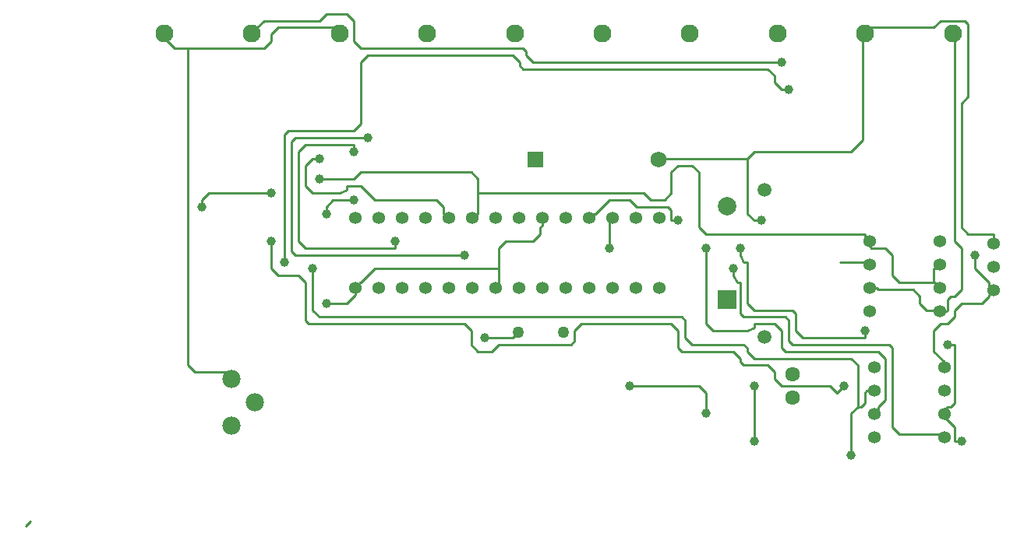
<source format=gbl>
G04 Generated by Ultiboard 13.0 *
%FSLAX25Y25*%
%MOIN*%

%ADD10C,0.00001*%
%ADD11C,0.01000*%
%ADD12C,0.05337*%
%ADD13C,0.05000*%
%ADD14R,0.07874X0.07874*%
%ADD15C,0.07874*%
%ADD16C,0.05906*%
%ADD17C,0.06334*%
%ADD18C,0.07699*%
%ADD19R,0.06900X0.06900*%
%ADD20C,0.06900*%
%ADD21C,0.03937*%
%ADD22C,0.07834*%


G04 ColorRGB 0000FF for the following layer *
%LNCopper Bottom*%
%LPD*%
G54D10*
G54D11*
X22000Y67000D02*
X24000Y69000D01*
X370557Y180001D02*
X381999Y180001D01*
X156299Y278000D02*
X153787Y280512D01*
X129921Y280512D01*
X126969Y277559D01*
X126969Y274606D01*
X124016Y271654D01*
X85630Y271654D01*
X81339Y275945D01*
X81339Y278000D01*
X213000Y198961D02*
X214827Y200787D01*
X215551Y200787D01*
X215551Y215551D01*
X212598Y218504D01*
X165354Y218504D01*
X162402Y215551D01*
X147638Y215551D01*
X126969Y209646D02*
X100394Y209646D01*
X97441Y206693D01*
X97441Y203740D01*
X412961Y159000D02*
X415890Y159000D01*
X416339Y159449D01*
X422244Y168307D02*
X422244Y186024D01*
X419291Y188976D01*
X419291Y274606D01*
X418661Y275236D01*
X418661Y278000D01*
X416339Y159449D02*
X416339Y163878D01*
X417815Y165354D01*
X419291Y165354D01*
X422244Y168307D01*
X377953Y118110D02*
X377953Y135827D01*
X375000Y138780D01*
X333661Y138780D01*
X330709Y141732D01*
X330709Y143209D01*
X329232Y144685D01*
X307087Y144685D01*
X304134Y147638D01*
X304134Y155020D01*
X302657Y156496D01*
X147638Y156496D01*
X144685Y159449D01*
X144685Y177165D01*
X436000Y168000D02*
X434055Y166055D01*
X434055Y165354D01*
X431102Y162402D01*
X422244Y162402D01*
X419291Y159449D01*
X419291Y156496D01*
X416339Y153543D01*
X413386Y153543D01*
X410433Y150591D01*
X410433Y141732D01*
X414961Y137205D01*
X414961Y135000D01*
X312992Y115157D02*
X312992Y124016D01*
X310039Y126969D01*
X280512Y126969D01*
X414961Y105000D02*
X413661Y106299D01*
X395669Y106299D01*
X392717Y109252D01*
X392717Y143209D01*
X391240Y144685D01*
X349902Y144685D01*
X348425Y146161D01*
X348425Y155020D01*
X346949Y156496D01*
X329232Y156496D01*
X327756Y157972D01*
X327756Y169783D01*
X327756Y171260D01*
X326280Y171260D01*
X324803Y174213D01*
X324803Y177165D01*
X301181Y197835D02*
X298228Y197835D01*
X298228Y202264D01*
X296752Y203740D01*
X283465Y203740D01*
X280512Y206693D01*
X271654Y206693D01*
X265748Y200787D01*
X264827Y200787D01*
X263000Y198961D01*
X162402Y227362D02*
X162402Y230315D01*
X141732Y230315D01*
X138780Y227362D01*
X138780Y188976D01*
X141732Y186024D01*
X180118Y186024D01*
X180118Y188976D01*
X336614Y197835D02*
X333661Y197835D01*
X330709Y200787D01*
X330709Y224409D01*
X412961Y169000D02*
X410701Y171260D01*
X395669Y171260D01*
X392717Y174213D01*
X392717Y183071D01*
X389764Y186024D01*
X383858Y186024D01*
X383039Y186843D01*
X383039Y189000D01*
X416339Y144685D02*
X419291Y144685D01*
X419291Y119587D01*
X417815Y118110D01*
X416339Y118110D01*
X414961Y116732D01*
X414961Y115000D01*
X380906Y150591D02*
X380906Y147638D01*
X354331Y147638D01*
X351378Y150591D01*
X333661Y159449D02*
X330709Y162402D01*
X333661Y126969D02*
X333661Y103346D01*
X351378Y150591D02*
X351378Y157972D01*
X349902Y159449D01*
X333661Y159449D01*
X330709Y162402D02*
X330709Y178642D01*
X330709Y180118D01*
X329232Y180118D01*
X327756Y183071D01*
X327756Y186024D01*
X412961Y159000D02*
X410882Y159000D01*
X410433Y159449D01*
X407480Y159449D01*
X404528Y162402D01*
X404528Y165354D01*
X401575Y168307D01*
X386811Y168307D01*
X386118Y169000D01*
X383039Y169000D01*
X162402Y206693D02*
X153543Y206693D01*
X150591Y203740D01*
X150591Y200787D01*
X385039Y125000D02*
X381890Y125000D01*
X380906Y124016D01*
X375000Y115157D02*
X375000Y97441D01*
X380906Y124016D02*
X380906Y119587D01*
X379429Y118110D01*
X377953Y118110D01*
X375000Y115157D01*
X436000Y168000D02*
X434055Y169945D01*
X434055Y171260D01*
X428150Y177165D01*
X428150Y183071D01*
X243000Y198961D02*
X243000Y195756D01*
X242126Y194882D01*
X242126Y191929D01*
X239173Y188976D01*
X227362Y188976D01*
X224409Y186024D01*
X224409Y177165D01*
X203000Y198961D02*
X201173Y200787D01*
X200787Y200787D01*
X200787Y203740D01*
X197835Y206693D01*
X171260Y206693D01*
X165354Y212598D01*
X160925Y212598D01*
X159449Y212598D01*
X159449Y211122D01*
X156496Y209646D01*
X144685Y209646D01*
X141732Y212598D01*
X141732Y221457D01*
X144685Y224409D01*
X147638Y224409D01*
X372047Y126969D02*
X369094Y124016D01*
X366142Y126969D01*
X345472Y126969D01*
X342520Y129921D01*
X342520Y132874D01*
X339567Y135827D01*
X301181Y150591D02*
X298228Y153543D01*
X259843Y153543D01*
X256890Y150591D01*
X256890Y146161D01*
X255413Y144685D01*
X224409Y144685D01*
X221457Y141732D01*
X215551Y141732D01*
X212598Y144685D01*
X212598Y150591D01*
X209646Y153543D01*
X141732Y171260D02*
X138780Y174213D01*
X129921Y174213D01*
X126969Y177165D01*
X126969Y188976D01*
X339567Y135827D02*
X329232Y135827D01*
X327756Y137303D01*
X327756Y138780D01*
X324803Y141732D01*
X302657Y141732D01*
X301181Y143209D01*
X301181Y150591D01*
X209646Y153543D02*
X143209Y153543D01*
X141732Y155020D01*
X141732Y171260D01*
X168307Y233268D02*
X137303Y233268D01*
X135827Y231791D01*
X135827Y184547D01*
X137303Y183071D01*
X209646Y183071D01*
X375000Y227362D02*
X333661Y227362D01*
X330709Y224409D01*
X295276Y224409D01*
X294866Y224000D01*
X292756Y224000D01*
X232833Y150000D02*
X230471Y147638D01*
X218504Y147638D01*
X345472Y265748D02*
X239173Y265748D01*
X236220Y268701D01*
X236220Y270177D01*
X234744Y271654D01*
X165354Y271654D01*
X162402Y274606D01*
X162402Y283465D01*
X159449Y286417D01*
X150591Y286417D01*
X147638Y283465D01*
X124016Y283465D01*
X121063Y280512D01*
X121063Y280244D01*
X118819Y278000D01*
X383039Y189000D02*
X380906Y191134D01*
X380906Y191929D01*
X312992Y191929D01*
X310039Y194882D01*
X310039Y218504D01*
X307087Y221457D01*
X301181Y221457D01*
X298228Y218504D01*
X298228Y209646D01*
X295276Y206693D01*
X289370Y206693D01*
X286417Y209646D01*
X215551Y209646D01*
X422244Y103346D02*
X419291Y103346D01*
X419291Y109252D01*
X414961Y113583D01*
X414961Y115000D01*
X412961Y179000D02*
X411126Y177165D01*
X410433Y177165D01*
X410433Y171260D01*
X410701Y171260D01*
X412961Y169000D01*
X385039Y115000D02*
X386811Y116772D01*
X386811Y118110D01*
X389764Y121063D01*
X389764Y138780D01*
X386811Y141732D01*
X345472Y150591D02*
X342520Y153543D01*
X335138Y153543D01*
X333661Y153543D01*
X333661Y152067D01*
X330709Y150591D01*
X315945Y150591D01*
X312992Y153543D01*
X312992Y186024D01*
X271654Y186024D02*
X271654Y197835D01*
X271874Y197835D01*
X273000Y198961D01*
X386811Y141732D02*
X346949Y141732D01*
X345472Y143209D01*
X345472Y150591D01*
X436000Y188000D02*
X436000Y191929D01*
X425197Y191929D01*
X422244Y194882D01*
X422244Y248031D01*
X425197Y250984D01*
X425197Y281988D01*
X423720Y283465D01*
X413386Y283465D01*
X410433Y280512D01*
X383693Y280512D01*
X381181Y278000D01*
X223000Y169039D02*
X224409Y170449D01*
X171260Y177165D02*
X165354Y171260D01*
X165220Y171260D01*
X163000Y169039D01*
X224409Y170449D02*
X224409Y177165D01*
X171260Y177165D01*
X348425Y253937D02*
X345472Y253937D01*
X342520Y256890D01*
X342520Y259843D01*
X339567Y262795D01*
X230315Y268701D02*
X168307Y268701D01*
X165354Y265748D01*
X165354Y239173D01*
X162402Y236220D01*
X339567Y262795D02*
X234744Y262795D01*
X233268Y264272D01*
X233268Y265748D01*
X230315Y268701D01*
X162402Y236220D02*
X134350Y236220D01*
X132874Y234744D01*
X132874Y180118D01*
X379953Y276772D02*
X379953Y232315D01*
X381181Y278000D02*
X379953Y276772D01*
X379953Y232315D02*
X375000Y227362D01*
X159449Y162402D02*
X150591Y162402D01*
X163000Y165953D02*
X159449Y162402D01*
X163000Y169039D02*
X163000Y165953D01*
X91535Y135827D02*
X91535Y271654D01*
X94488Y132874D02*
X91535Y135827D01*
X107126Y132874D02*
X94488Y132874D01*
X110000Y130000D02*
X107126Y132874D01*
G54D12*
X163000Y169039D03*
X173000Y169039D03*
X183000Y169039D03*
X193000Y169039D03*
X203000Y169039D03*
X213000Y169039D03*
X223000Y169039D03*
X233000Y169039D03*
X243000Y169039D03*
X253000Y169039D03*
X263000Y169039D03*
X273000Y169039D03*
X283000Y169039D03*
X293000Y169039D03*
X163000Y198961D03*
X173000Y198961D03*
X183000Y198961D03*
X193000Y198961D03*
X203000Y198961D03*
X213000Y198961D03*
X223000Y198961D03*
X233000Y198961D03*
X243000Y198961D03*
X253000Y198961D03*
X263000Y198961D03*
X273000Y198961D03*
X283000Y198961D03*
X293000Y198961D03*
X385039Y135000D03*
X414961Y125000D03*
X385039Y125000D03*
X385039Y115000D03*
X385039Y105000D03*
X414961Y135000D03*
X414961Y115000D03*
X414961Y105000D03*
X383039Y189000D03*
X412961Y169000D03*
X383039Y179000D03*
X383039Y169000D03*
X383039Y159000D03*
X412961Y189000D03*
X412961Y179000D03*
X412961Y159000D03*
X436000Y188000D03*
X436000Y178000D03*
X436000Y168000D03*
G54D13*
X252000Y150000D03*
X232833Y150000D03*
G54D14*
X322000Y164000D03*
G54D15*
X322000Y204000D03*
G54D16*
X338000Y210992D03*
X338000Y148000D03*
G54D17*
X350000Y122000D03*
X350000Y132000D03*
G54D18*
X81339Y278000D03*
X118819Y278000D03*
X156299Y278000D03*
X193780Y278000D03*
X231260Y278000D03*
X268740Y278000D03*
X306220Y278000D03*
X343701Y278000D03*
X381181Y278000D03*
X418661Y278000D03*
G54D19*
X240000Y224000D03*
G54D20*
X292756Y224000D03*
G54D21*
X348425Y253937D03*
X132874Y180118D03*
X416339Y144685D03*
X422244Y103346D03*
X218504Y147638D03*
X147638Y224409D03*
X336614Y197835D03*
X168307Y233268D03*
X209646Y183071D03*
X428150Y183071D03*
X162402Y206693D03*
X150591Y200787D03*
X312992Y186024D03*
X271654Y186024D03*
X380906Y150591D03*
X327756Y186024D03*
X333661Y126969D03*
X333661Y103346D03*
X312992Y115157D03*
X280512Y126969D03*
X162402Y227362D03*
X180118Y188976D03*
X144685Y177165D03*
X375000Y97441D03*
X324803Y177165D03*
X301181Y197835D03*
X147638Y215551D03*
X126969Y209646D03*
X97441Y203740D03*
X372047Y126969D03*
X126969Y188976D03*
X345472Y265748D03*
X150591Y162402D03*
G54D22*
X120000Y120000D03*
X110000Y110000D03*
X110000Y130000D03*

M02*

</source>
